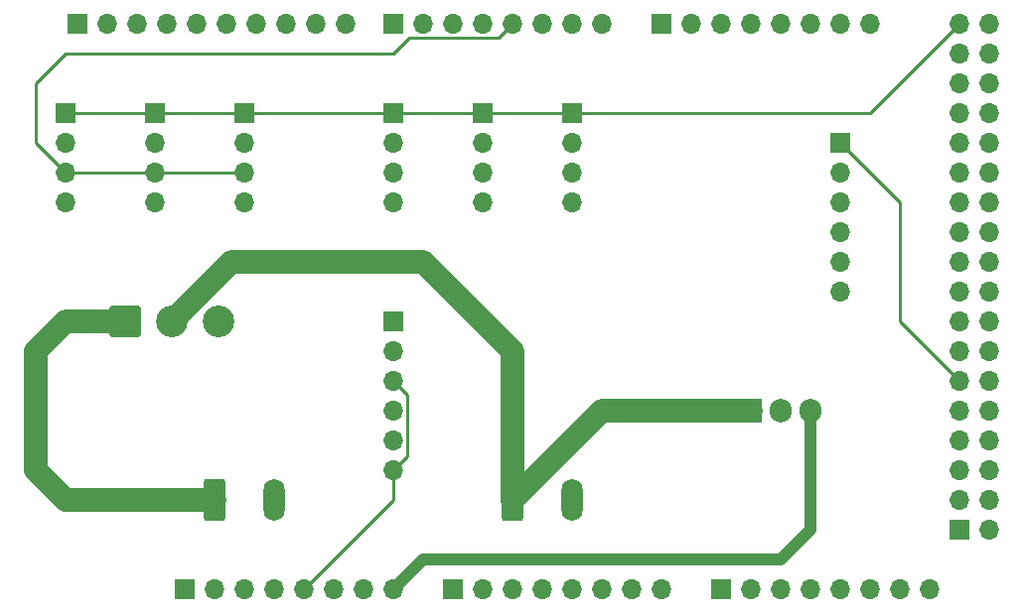
<source format=gbr>
G04 #@! TF.GenerationSoftware,KiCad,Pcbnew,7.0.7*
G04 #@! TF.CreationDate,2023-11-29T17:44:09-05:00*
G04 #@! TF.ProjectId,PCB V1 ATV,50434220-5631-4204-9154-562e6b696361,rev?*
G04 #@! TF.SameCoordinates,Original*
G04 #@! TF.FileFunction,Copper,L1,Top*
G04 #@! TF.FilePolarity,Positive*
%FSLAX46Y46*%
G04 Gerber Fmt 4.6, Leading zero omitted, Abs format (unit mm)*
G04 Created by KiCad (PCBNEW 7.0.7) date 2023-11-29 17:44:09*
%MOMM*%
%LPD*%
G01*
G04 APERTURE LIST*
G04 Aperture macros list*
%AMRoundRect*
0 Rectangle with rounded corners*
0 $1 Rounding radius*
0 $2 $3 $4 $5 $6 $7 $8 $9 X,Y pos of 4 corners*
0 Add a 4 corners polygon primitive as box body*
4,1,4,$2,$3,$4,$5,$6,$7,$8,$9,$2,$3,0*
0 Add four circle primitives for the rounded corners*
1,1,$1+$1,$2,$3*
1,1,$1+$1,$4,$5*
1,1,$1+$1,$6,$7*
1,1,$1+$1,$8,$9*
0 Add four rect primitives between the rounded corners*
20,1,$1+$1,$2,$3,$4,$5,0*
20,1,$1+$1,$4,$5,$6,$7,0*
20,1,$1+$1,$6,$7,$8,$9,0*
20,1,$1+$1,$8,$9,$2,$3,0*%
G04 Aperture macros list end*
G04 #@! TA.AperFunction,ComponentPad*
%ADD10R,1.700000X1.700000*%
G04 #@! TD*
G04 #@! TA.AperFunction,ComponentPad*
%ADD11O,1.700000X1.700000*%
G04 #@! TD*
G04 #@! TA.AperFunction,ComponentPad*
%ADD12RoundRect,0.250000X-0.650000X-1.550000X0.650000X-1.550000X0.650000X1.550000X-0.650000X1.550000X0*%
G04 #@! TD*
G04 #@! TA.AperFunction,ComponentPad*
%ADD13O,1.800000X3.600000*%
G04 #@! TD*
G04 #@! TA.AperFunction,ComponentPad*
%ADD14R,1.905000X2.000000*%
G04 #@! TD*
G04 #@! TA.AperFunction,ComponentPad*
%ADD15O,1.905000X2.000000*%
G04 #@! TD*
G04 #@! TA.AperFunction,ComponentPad*
%ADD16RoundRect,0.250001X-1.099999X-1.099999X1.099999X-1.099999X1.099999X1.099999X-1.099999X1.099999X0*%
G04 #@! TD*
G04 #@! TA.AperFunction,ComponentPad*
%ADD17C,2.700000*%
G04 #@! TD*
G04 #@! TA.AperFunction,Conductor*
%ADD18C,0.250000*%
G04 #@! TD*
G04 #@! TA.AperFunction,Conductor*
%ADD19C,2.000000*%
G04 #@! TD*
G04 #@! TA.AperFunction,Conductor*
%ADD20C,1.000000*%
G04 #@! TD*
G04 APERTURE END LIST*
D10*
X193980000Y-92380000D03*
D11*
X196520000Y-92380000D03*
X193980000Y-89840000D03*
X196520000Y-89840000D03*
X193980000Y-87300000D03*
X196520000Y-87300000D03*
X193980000Y-84760000D03*
X196520000Y-84760000D03*
X193980000Y-82220000D03*
X196520000Y-82220000D03*
X193980000Y-79680000D03*
X196520000Y-79680000D03*
X193980000Y-77140000D03*
X196520000Y-77140000D03*
X193980000Y-74600000D03*
X196520000Y-74600000D03*
X193980000Y-72060000D03*
X196520000Y-72060000D03*
X193980000Y-69520000D03*
X196520000Y-69520000D03*
X193980000Y-66980000D03*
X196520000Y-66980000D03*
X193980000Y-64440000D03*
X196520000Y-64440000D03*
X193980000Y-61900000D03*
X196520000Y-61900000D03*
X193980000Y-59360000D03*
X196520000Y-59360000D03*
X193980000Y-56820000D03*
X196520000Y-56820000D03*
X193980000Y-54280000D03*
X196520000Y-54280000D03*
X193980000Y-51740000D03*
X196520000Y-51740000D03*
X193980000Y-49200000D03*
X196520000Y-49200000D03*
D10*
X127940000Y-97460000D03*
D11*
X130480000Y-97460000D03*
X133020000Y-97460000D03*
X135560000Y-97460000D03*
X138100000Y-97460000D03*
X140640000Y-97460000D03*
X143180000Y-97460000D03*
X145720000Y-97460000D03*
D10*
X150800000Y-97460000D03*
D11*
X153340000Y-97460000D03*
X155880000Y-97460000D03*
X158420000Y-97460000D03*
X160960000Y-97460000D03*
X163500000Y-97460000D03*
X166040000Y-97460000D03*
X168580000Y-97460000D03*
D10*
X173660000Y-97460000D03*
D11*
X176200000Y-97460000D03*
X178740000Y-97460000D03*
X181280000Y-97460000D03*
X183820000Y-97460000D03*
X186360000Y-97460000D03*
X188900000Y-97460000D03*
X191440000Y-97460000D03*
D10*
X118796000Y-49200000D03*
D11*
X121336000Y-49200000D03*
X123876000Y-49200000D03*
X126416000Y-49200000D03*
X128956000Y-49200000D03*
X131496000Y-49200000D03*
X134036000Y-49200000D03*
X136576000Y-49200000D03*
X139116000Y-49200000D03*
X141656000Y-49200000D03*
D10*
X145720000Y-49200000D03*
D11*
X148260000Y-49200000D03*
X150800000Y-49200000D03*
X153340000Y-49200000D03*
X155880000Y-49200000D03*
X158420000Y-49200000D03*
X160960000Y-49200000D03*
X163500000Y-49200000D03*
D10*
X168580000Y-49200000D03*
D11*
X171120000Y-49200000D03*
X173660000Y-49200000D03*
X176200000Y-49200000D03*
X178740000Y-49200000D03*
X181280000Y-49200000D03*
X183820000Y-49200000D03*
X186360000Y-49200000D03*
D12*
X155880000Y-89840000D03*
D13*
X160960000Y-89840000D03*
D12*
X130480000Y-89840000D03*
D13*
X135560000Y-89840000D03*
D10*
X183820000Y-59360000D03*
D11*
X183820000Y-61900000D03*
X183820000Y-64440000D03*
X183820000Y-66980000D03*
X183820000Y-69520000D03*
X183820000Y-72060000D03*
D10*
X117780000Y-56820000D03*
D11*
X117780000Y-59360000D03*
X117780000Y-61900000D03*
X117780000Y-64440000D03*
D10*
X145720000Y-74600000D03*
D11*
X145720000Y-77140000D03*
X145720000Y-79680000D03*
X145720000Y-82220000D03*
X145720000Y-84760000D03*
X145720000Y-87300000D03*
D10*
X133020000Y-56820000D03*
D11*
X133020000Y-59360000D03*
X133020000Y-61900000D03*
X133020000Y-64440000D03*
D10*
X125400000Y-56820000D03*
D11*
X125400000Y-59360000D03*
X125400000Y-61900000D03*
X125400000Y-64440000D03*
D10*
X160960000Y-56820000D03*
D11*
X160960000Y-59360000D03*
X160960000Y-61900000D03*
X160960000Y-64440000D03*
D10*
X153340000Y-56820000D03*
D11*
X153340000Y-59360000D03*
X153340000Y-61900000D03*
X153340000Y-64440000D03*
D14*
X176200000Y-82220000D03*
D15*
X178740000Y-82220000D03*
X181280000Y-82220000D03*
D16*
X122860000Y-74600000D03*
D17*
X126820000Y-74600000D03*
X130780000Y-74600000D03*
D10*
X145720000Y-56820000D03*
D11*
X145720000Y-59360000D03*
X145720000Y-61900000D03*
X145720000Y-64440000D03*
D18*
X188900000Y-64440000D02*
X188900000Y-74600000D01*
X183820000Y-59360000D02*
X188900000Y-64440000D01*
X188900000Y-74600000D02*
X193980000Y-79680000D01*
X146895000Y-86125000D02*
X146895000Y-80855000D01*
X153340000Y-56820000D02*
X145720000Y-56820000D01*
X146895000Y-80855000D02*
X145720000Y-79680000D01*
X186360000Y-56820000D02*
X160960000Y-56820000D01*
X138100000Y-97460000D02*
X145720000Y-89840000D01*
X193980000Y-49200000D02*
X186360000Y-56820000D01*
X140640000Y-56820000D02*
X133020000Y-56820000D01*
X145720000Y-87300000D02*
X146895000Y-86125000D01*
X160960000Y-56820000D02*
X153340000Y-56820000D01*
X125400000Y-56820000D02*
X117780000Y-56820000D01*
X145720000Y-89840000D02*
X145720000Y-87300000D01*
X133020000Y-56820000D02*
X125400000Y-56820000D01*
X145720000Y-56820000D02*
X140640000Y-56820000D01*
X145720000Y-59360000D02*
X145720000Y-58635000D01*
X115240000Y-59360000D02*
X115240000Y-54280000D01*
X154705000Y-50375000D02*
X155880000Y-49200000D01*
X115240000Y-54280000D02*
X117780000Y-51740000D01*
X147085000Y-50375000D02*
X154705000Y-50375000D01*
X117780000Y-61900000D02*
X115240000Y-59360000D01*
X117780000Y-61900000D02*
X125400000Y-61900000D01*
X125400000Y-61900000D02*
X133020000Y-61900000D01*
X145720000Y-51740000D02*
X147085000Y-50375000D01*
X117780000Y-51740000D02*
X145720000Y-51740000D01*
D19*
X155880000Y-89840000D02*
X163500000Y-82220000D01*
X148260000Y-69520000D02*
X131900000Y-69520000D01*
X155880000Y-77140000D02*
X148260000Y-69520000D01*
X155880000Y-89840000D02*
X155880000Y-77140000D01*
X131900000Y-69520000D02*
X126820000Y-74600000D01*
X163500000Y-82220000D02*
X176200000Y-82220000D01*
D20*
X181280000Y-92380000D02*
X181280000Y-82220000D01*
X148260000Y-94920000D02*
X178740000Y-94920000D01*
X145720000Y-97460000D02*
X148260000Y-94920000D01*
X178740000Y-94920000D02*
X181280000Y-92380000D01*
D19*
X115240000Y-87300000D02*
X117780000Y-89840000D01*
X115240000Y-77140000D02*
X115240000Y-87300000D01*
X117780000Y-89840000D02*
X130480000Y-89840000D01*
X117780000Y-74600000D02*
X115240000Y-77140000D01*
X122860000Y-74600000D02*
X117780000Y-74600000D01*
M02*

</source>
